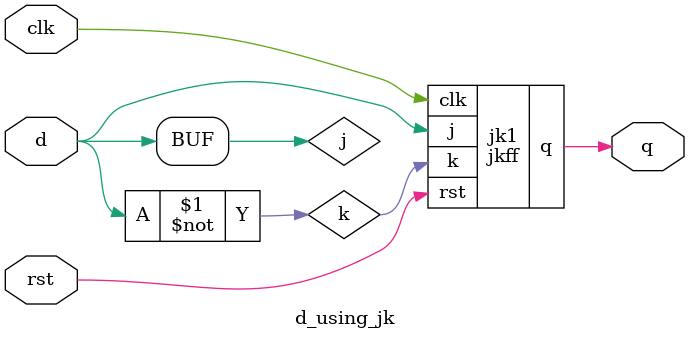
<source format=v>
module jkff(input j,k,clk,rst, output reg q);
always @(posedge clk) begin
	if(rst) begin
		q<=0;
	end
	else begin
		case({j,k})
			2'b00: q<=q;
			2'b01: q<=1'b0;
			2'b10: q<=1'b1;
			2'b11: q<=~q;
			default: q<=1'b0;
		endcase
	end
end
endmodule

module d_using_jk(input d,clk,rst, output q);
wire j,k;
jkff jk1(.j(j),.k(k),.clk(clk),.rst(rst),.q(q));
assign j=d;
assign k=~d;
endmodule

</source>
